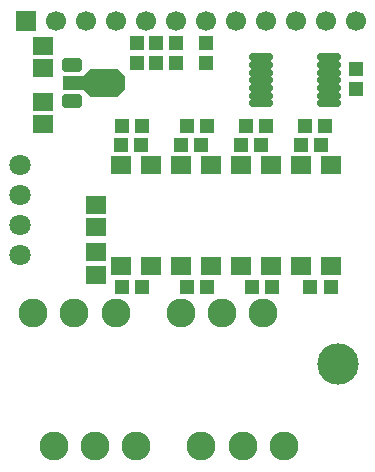
<source format=gbr>
G04 DipTrace 4.0.0.2*
G04 TopMask.gbr*
%MOIN*%
G04 #@! TF.FileFunction,Soldermask,Top*
G04 #@! TF.Part,Single*
%AMOUTLINE1*
4,1,28,
-0.019944,0.023621,
0.019942,0.023623,
0.02326,0.023186,
0.026591,0.021806,
0.029452,0.019611,
0.031647,0.01675,
0.033027,0.013419,
0.033464,0.010102,
0.033465,-0.0101,
0.033028,-0.013417,
0.031648,-0.016748,
0.029453,-0.019609,
0.026592,-0.021805,
0.023261,-0.023185,
0.019944,-0.023621,
-0.019942,-0.023623,
-0.02326,-0.023186,
-0.026591,-0.021806,
-0.029452,-0.019611,
-0.031647,-0.01675,
-0.033027,-0.013419,
-0.033464,-0.010102,
-0.033465,0.0101,
-0.033028,0.013417,
-0.031648,0.016748,
-0.029453,0.019609,
-0.026592,0.021805,
-0.023261,0.023185,
-0.019944,0.023621,
0*%
%AMOUTLINE4*
4,1,10,
-0.10433,-0.023625,
-0.035095,-0.023623,
-0.011472,-0.047244,
0.078404,-0.047242,
0.104331,-0.021313,
0.10433,0.021319,
0.078401,0.047246,
-0.011475,0.047244,
-0.035096,0.023621,
-0.104331,0.023619,
-0.10433,-0.023625,
0*%
%AMOUTLINE7*
4,1,28,
-0.03937,-0.004195,
-0.03937,0.004195,
-0.039135,0.005984,
-0.038345,0.007891,
-0.037088,0.009529,
-0.03545,0.010786,
-0.033543,0.011576,
-0.031754,0.011811,
0.031754,0.011811,
0.033543,0.011576,
0.03545,0.010786,
0.037088,0.009529,
0.038345,0.007891,
0.039135,0.005984,
0.03937,0.004195,
0.03937,-0.004195,
0.039135,-0.005984,
0.038345,-0.007891,
0.037088,-0.009529,
0.03545,-0.010786,
0.033543,-0.011576,
0.031754,-0.011811,
-0.031754,-0.011811,
-0.033543,-0.011576,
-0.03545,-0.010786,
-0.037088,-0.009529,
-0.038345,-0.007891,
-0.039135,-0.005984,
-0.03937,-0.004195,
0*%
%ADD28C,0.137795*%
%ADD35C,0.096457*%
%ADD37C,0.070866*%
%ADD39C,0.066929*%
%ADD41R,0.066929X0.066929*%
%ADD43R,0.051181X0.047244*%
%ADD45R,0.047244X0.051181*%
%ADD47R,0.066929X0.059055*%
%ADD52OUTLINE1*%
%ADD55OUTLINE4*%
%ADD58OUTLINE7*%
%FSLAX26Y26*%
G04*
G70*
G90*
G75*
G01*
G04 TopMask*
%LPD*%
D47*
X531202Y1812550D3*
X531199Y1887353D3*
X531200Y1699852D3*
X531202Y1625049D3*
X708661Y1124016D3*
Y1198819D3*
D45*
X1574951Y1808415D3*
Y1741486D3*
D43*
X1058416Y1556201D3*
X991487D3*
X1258416D3*
X1191487D3*
X1458415D3*
X1391486D3*
X858415D3*
X791486D3*
D41*
X473617Y1968504D3*
D39*
X573617D3*
X673617D3*
X773617D3*
X873617D3*
X973617D3*
X1073617D3*
X1173617D3*
X1273608D3*
X1373608D3*
X1473608D3*
X1573608D3*
D28*
X1515748Y826772D3*
D47*
X1491732Y1154420D3*
Y1489066D3*
X1391732Y1154420D3*
Y1489066D3*
X1291732Y1154420D3*
Y1489066D3*
X1191732Y1154420D3*
Y1489066D3*
X1091732Y1154420D3*
Y1489066D3*
X991732Y1154420D3*
Y1489066D3*
X891732Y1154420D3*
Y1489066D3*
X791732Y1154420D3*
Y1489066D3*
D37*
X452756Y1488583D3*
Y1388583D3*
Y1288583D3*
Y1188583D3*
D52*
X629083Y1821503D3*
D55*
X699950Y1762450D3*
D52*
X629086Y1703393D3*
D43*
X794241Y1083534D3*
X861171D3*
X1009843Y1083533D3*
X1076772Y1083535D3*
X1226378Y1082946D3*
X1293307D3*
X1422293D3*
X1489222D3*
X860236Y1621121D3*
X793307D3*
X1076772D3*
X1009843D3*
X1273622D3*
X1206693D3*
X1470472D3*
X1403543D3*
D47*
X708661Y1281496D3*
Y1356299D3*
D45*
X843701Y1895916D3*
Y1828987D3*
X906201Y1895916D3*
Y1828987D3*
X974950Y1895916D3*
Y1828987D3*
X1074950Y1895916D3*
Y1828987D3*
D35*
X497441Y997021D3*
X635236D3*
X773031D3*
X566339Y552139D3*
X704134D3*
X841929D3*
X989567Y997021D3*
X1127362D3*
X1265157D3*
X1058465Y552139D3*
X1196260D3*
X1334055D3*
D58*
X1257234Y1848425D3*
Y1822835D3*
Y1797244D3*
Y1771654D3*
Y1746063D3*
Y1720472D3*
X1257241Y1694882D3*
X1485580D3*
Y1720472D3*
Y1746063D3*
Y1771654D3*
Y1797244D3*
Y1822835D3*
Y1848425D3*
M02*

</source>
